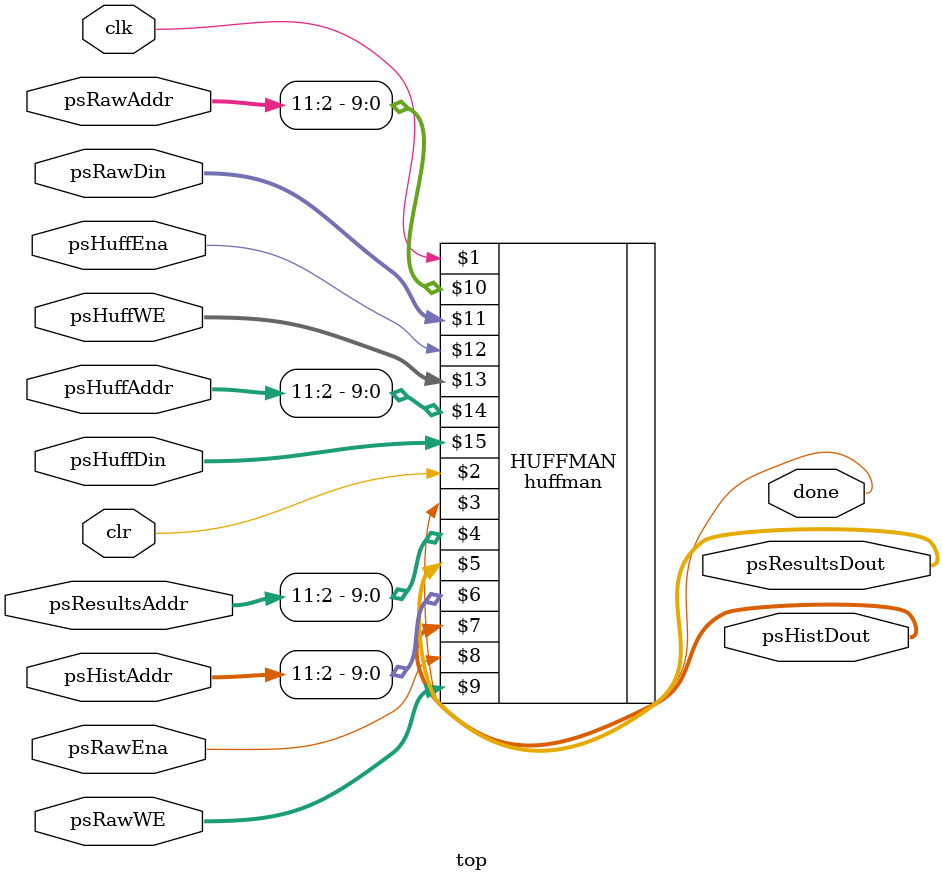
<source format=v>

module top(
    input wire clk,
    input wire clr,
    output wire done,
    
    input wire[11:0] psResultsAddr,         // We get byte addresses from the PS
    output wire [31:0] psResultsDout,       // Down below we erase 2 LSB's so they
    input wire [11:0] psHistAddr,           //   become word addresses.
    output wire[31:0] psHistDout,
    input wire psRawEna,
    input wire [3:0] psRawWE,
    input wire [11:0] psRawAddr,
    input wire [31:0] psRawDin,
    input wire psHuffEna,
    input wire [3:0] psHuffWE,
    input wire [11:0] psHuffAddr,
    input wire[31:0] psHuffDin
);

    huffman HUFFMAN(clk, clr, done, psResultsAddr[11:2], psResultsDout, psHistAddr[11:2], psHistDout,
                    psRawEna, psRawWE, psRawAddr[11:2], psRawDin,
                    psHuffEna, psHuffWE, psHuffAddr[11:2], psHuffDin
                    );

endmodule

</source>
